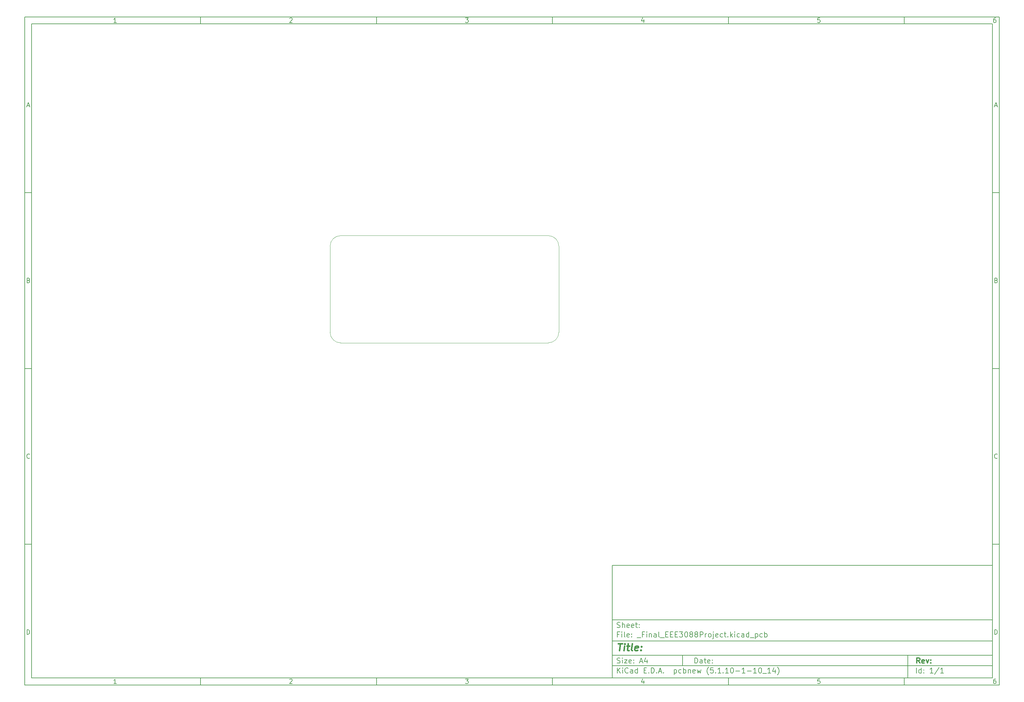
<source format=gbr>
%TF.GenerationSoftware,KiCad,Pcbnew,(5.1.10-1-10_14)*%
%TF.CreationDate,2021-06-17T20:45:02+02:00*%
%TF.ProjectId,_Final_EEE3088Project,5f46696e-616c-45f4-9545-453330383850,rev?*%
%TF.SameCoordinates,Original*%
%TF.FileFunction,Profile,NP*%
%FSLAX46Y46*%
G04 Gerber Fmt 4.6, Leading zero omitted, Abs format (unit mm)*
G04 Created by KiCad (PCBNEW (5.1.10-1-10_14)) date 2021-06-17 20:45:02*
%MOMM*%
%LPD*%
G01*
G04 APERTURE LIST*
%ADD10C,0.100000*%
%ADD11C,0.150000*%
%ADD12C,0.300000*%
%ADD13C,0.400000*%
%TA.AperFunction,Profile*%
%ADD14C,0.100000*%
%TD*%
G04 APERTURE END LIST*
D10*
D11*
X177002200Y-166007200D02*
X177002200Y-198007200D01*
X285002200Y-198007200D01*
X285002200Y-166007200D01*
X177002200Y-166007200D01*
D10*
D11*
X10000000Y-10000000D02*
X10000000Y-200007200D01*
X287002200Y-200007200D01*
X287002200Y-10000000D01*
X10000000Y-10000000D01*
D10*
D11*
X12000000Y-12000000D02*
X12000000Y-198007200D01*
X285002200Y-198007200D01*
X285002200Y-12000000D01*
X12000000Y-12000000D01*
D10*
D11*
X60000000Y-12000000D02*
X60000000Y-10000000D01*
D10*
D11*
X110000000Y-12000000D02*
X110000000Y-10000000D01*
D10*
D11*
X160000000Y-12000000D02*
X160000000Y-10000000D01*
D10*
D11*
X210000000Y-12000000D02*
X210000000Y-10000000D01*
D10*
D11*
X260000000Y-12000000D02*
X260000000Y-10000000D01*
D10*
D11*
X36065476Y-11588095D02*
X35322619Y-11588095D01*
X35694047Y-11588095D02*
X35694047Y-10288095D01*
X35570238Y-10473809D01*
X35446428Y-10597619D01*
X35322619Y-10659523D01*
D10*
D11*
X85322619Y-10411904D02*
X85384523Y-10350000D01*
X85508333Y-10288095D01*
X85817857Y-10288095D01*
X85941666Y-10350000D01*
X86003571Y-10411904D01*
X86065476Y-10535714D01*
X86065476Y-10659523D01*
X86003571Y-10845238D01*
X85260714Y-11588095D01*
X86065476Y-11588095D01*
D10*
D11*
X135260714Y-10288095D02*
X136065476Y-10288095D01*
X135632142Y-10783333D01*
X135817857Y-10783333D01*
X135941666Y-10845238D01*
X136003571Y-10907142D01*
X136065476Y-11030952D01*
X136065476Y-11340476D01*
X136003571Y-11464285D01*
X135941666Y-11526190D01*
X135817857Y-11588095D01*
X135446428Y-11588095D01*
X135322619Y-11526190D01*
X135260714Y-11464285D01*
D10*
D11*
X185941666Y-10721428D02*
X185941666Y-11588095D01*
X185632142Y-10226190D02*
X185322619Y-11154761D01*
X186127380Y-11154761D01*
D10*
D11*
X236003571Y-10288095D02*
X235384523Y-10288095D01*
X235322619Y-10907142D01*
X235384523Y-10845238D01*
X235508333Y-10783333D01*
X235817857Y-10783333D01*
X235941666Y-10845238D01*
X236003571Y-10907142D01*
X236065476Y-11030952D01*
X236065476Y-11340476D01*
X236003571Y-11464285D01*
X235941666Y-11526190D01*
X235817857Y-11588095D01*
X235508333Y-11588095D01*
X235384523Y-11526190D01*
X235322619Y-11464285D01*
D10*
D11*
X285941666Y-10288095D02*
X285694047Y-10288095D01*
X285570238Y-10350000D01*
X285508333Y-10411904D01*
X285384523Y-10597619D01*
X285322619Y-10845238D01*
X285322619Y-11340476D01*
X285384523Y-11464285D01*
X285446428Y-11526190D01*
X285570238Y-11588095D01*
X285817857Y-11588095D01*
X285941666Y-11526190D01*
X286003571Y-11464285D01*
X286065476Y-11340476D01*
X286065476Y-11030952D01*
X286003571Y-10907142D01*
X285941666Y-10845238D01*
X285817857Y-10783333D01*
X285570238Y-10783333D01*
X285446428Y-10845238D01*
X285384523Y-10907142D01*
X285322619Y-11030952D01*
D10*
D11*
X60000000Y-198007200D02*
X60000000Y-200007200D01*
D10*
D11*
X110000000Y-198007200D02*
X110000000Y-200007200D01*
D10*
D11*
X160000000Y-198007200D02*
X160000000Y-200007200D01*
D10*
D11*
X210000000Y-198007200D02*
X210000000Y-200007200D01*
D10*
D11*
X260000000Y-198007200D02*
X260000000Y-200007200D01*
D10*
D11*
X36065476Y-199595295D02*
X35322619Y-199595295D01*
X35694047Y-199595295D02*
X35694047Y-198295295D01*
X35570238Y-198481009D01*
X35446428Y-198604819D01*
X35322619Y-198666723D01*
D10*
D11*
X85322619Y-198419104D02*
X85384523Y-198357200D01*
X85508333Y-198295295D01*
X85817857Y-198295295D01*
X85941666Y-198357200D01*
X86003571Y-198419104D01*
X86065476Y-198542914D01*
X86065476Y-198666723D01*
X86003571Y-198852438D01*
X85260714Y-199595295D01*
X86065476Y-199595295D01*
D10*
D11*
X135260714Y-198295295D02*
X136065476Y-198295295D01*
X135632142Y-198790533D01*
X135817857Y-198790533D01*
X135941666Y-198852438D01*
X136003571Y-198914342D01*
X136065476Y-199038152D01*
X136065476Y-199347676D01*
X136003571Y-199471485D01*
X135941666Y-199533390D01*
X135817857Y-199595295D01*
X135446428Y-199595295D01*
X135322619Y-199533390D01*
X135260714Y-199471485D01*
D10*
D11*
X185941666Y-198728628D02*
X185941666Y-199595295D01*
X185632142Y-198233390D02*
X185322619Y-199161961D01*
X186127380Y-199161961D01*
D10*
D11*
X236003571Y-198295295D02*
X235384523Y-198295295D01*
X235322619Y-198914342D01*
X235384523Y-198852438D01*
X235508333Y-198790533D01*
X235817857Y-198790533D01*
X235941666Y-198852438D01*
X236003571Y-198914342D01*
X236065476Y-199038152D01*
X236065476Y-199347676D01*
X236003571Y-199471485D01*
X235941666Y-199533390D01*
X235817857Y-199595295D01*
X235508333Y-199595295D01*
X235384523Y-199533390D01*
X235322619Y-199471485D01*
D10*
D11*
X285941666Y-198295295D02*
X285694047Y-198295295D01*
X285570238Y-198357200D01*
X285508333Y-198419104D01*
X285384523Y-198604819D01*
X285322619Y-198852438D01*
X285322619Y-199347676D01*
X285384523Y-199471485D01*
X285446428Y-199533390D01*
X285570238Y-199595295D01*
X285817857Y-199595295D01*
X285941666Y-199533390D01*
X286003571Y-199471485D01*
X286065476Y-199347676D01*
X286065476Y-199038152D01*
X286003571Y-198914342D01*
X285941666Y-198852438D01*
X285817857Y-198790533D01*
X285570238Y-198790533D01*
X285446428Y-198852438D01*
X285384523Y-198914342D01*
X285322619Y-199038152D01*
D10*
D11*
X10000000Y-60000000D02*
X12000000Y-60000000D01*
D10*
D11*
X10000000Y-110000000D02*
X12000000Y-110000000D01*
D10*
D11*
X10000000Y-160000000D02*
X12000000Y-160000000D01*
D10*
D11*
X10690476Y-35216666D02*
X11309523Y-35216666D01*
X10566666Y-35588095D02*
X11000000Y-34288095D01*
X11433333Y-35588095D01*
D10*
D11*
X11092857Y-84907142D02*
X11278571Y-84969047D01*
X11340476Y-85030952D01*
X11402380Y-85154761D01*
X11402380Y-85340476D01*
X11340476Y-85464285D01*
X11278571Y-85526190D01*
X11154761Y-85588095D01*
X10659523Y-85588095D01*
X10659523Y-84288095D01*
X11092857Y-84288095D01*
X11216666Y-84350000D01*
X11278571Y-84411904D01*
X11340476Y-84535714D01*
X11340476Y-84659523D01*
X11278571Y-84783333D01*
X11216666Y-84845238D01*
X11092857Y-84907142D01*
X10659523Y-84907142D01*
D10*
D11*
X11402380Y-135464285D02*
X11340476Y-135526190D01*
X11154761Y-135588095D01*
X11030952Y-135588095D01*
X10845238Y-135526190D01*
X10721428Y-135402380D01*
X10659523Y-135278571D01*
X10597619Y-135030952D01*
X10597619Y-134845238D01*
X10659523Y-134597619D01*
X10721428Y-134473809D01*
X10845238Y-134350000D01*
X11030952Y-134288095D01*
X11154761Y-134288095D01*
X11340476Y-134350000D01*
X11402380Y-134411904D01*
D10*
D11*
X10659523Y-185588095D02*
X10659523Y-184288095D01*
X10969047Y-184288095D01*
X11154761Y-184350000D01*
X11278571Y-184473809D01*
X11340476Y-184597619D01*
X11402380Y-184845238D01*
X11402380Y-185030952D01*
X11340476Y-185278571D01*
X11278571Y-185402380D01*
X11154761Y-185526190D01*
X10969047Y-185588095D01*
X10659523Y-185588095D01*
D10*
D11*
X287002200Y-60000000D02*
X285002200Y-60000000D01*
D10*
D11*
X287002200Y-110000000D02*
X285002200Y-110000000D01*
D10*
D11*
X287002200Y-160000000D02*
X285002200Y-160000000D01*
D10*
D11*
X285692676Y-35216666D02*
X286311723Y-35216666D01*
X285568866Y-35588095D02*
X286002200Y-34288095D01*
X286435533Y-35588095D01*
D10*
D11*
X286095057Y-84907142D02*
X286280771Y-84969047D01*
X286342676Y-85030952D01*
X286404580Y-85154761D01*
X286404580Y-85340476D01*
X286342676Y-85464285D01*
X286280771Y-85526190D01*
X286156961Y-85588095D01*
X285661723Y-85588095D01*
X285661723Y-84288095D01*
X286095057Y-84288095D01*
X286218866Y-84350000D01*
X286280771Y-84411904D01*
X286342676Y-84535714D01*
X286342676Y-84659523D01*
X286280771Y-84783333D01*
X286218866Y-84845238D01*
X286095057Y-84907142D01*
X285661723Y-84907142D01*
D10*
D11*
X286404580Y-135464285D02*
X286342676Y-135526190D01*
X286156961Y-135588095D01*
X286033152Y-135588095D01*
X285847438Y-135526190D01*
X285723628Y-135402380D01*
X285661723Y-135278571D01*
X285599819Y-135030952D01*
X285599819Y-134845238D01*
X285661723Y-134597619D01*
X285723628Y-134473809D01*
X285847438Y-134350000D01*
X286033152Y-134288095D01*
X286156961Y-134288095D01*
X286342676Y-134350000D01*
X286404580Y-134411904D01*
D10*
D11*
X285661723Y-185588095D02*
X285661723Y-184288095D01*
X285971247Y-184288095D01*
X286156961Y-184350000D01*
X286280771Y-184473809D01*
X286342676Y-184597619D01*
X286404580Y-184845238D01*
X286404580Y-185030952D01*
X286342676Y-185278571D01*
X286280771Y-185402380D01*
X286156961Y-185526190D01*
X285971247Y-185588095D01*
X285661723Y-185588095D01*
D10*
D11*
X200434342Y-193785771D02*
X200434342Y-192285771D01*
X200791485Y-192285771D01*
X201005771Y-192357200D01*
X201148628Y-192500057D01*
X201220057Y-192642914D01*
X201291485Y-192928628D01*
X201291485Y-193142914D01*
X201220057Y-193428628D01*
X201148628Y-193571485D01*
X201005771Y-193714342D01*
X200791485Y-193785771D01*
X200434342Y-193785771D01*
X202577200Y-193785771D02*
X202577200Y-193000057D01*
X202505771Y-192857200D01*
X202362914Y-192785771D01*
X202077200Y-192785771D01*
X201934342Y-192857200D01*
X202577200Y-193714342D02*
X202434342Y-193785771D01*
X202077200Y-193785771D01*
X201934342Y-193714342D01*
X201862914Y-193571485D01*
X201862914Y-193428628D01*
X201934342Y-193285771D01*
X202077200Y-193214342D01*
X202434342Y-193214342D01*
X202577200Y-193142914D01*
X203077200Y-192785771D02*
X203648628Y-192785771D01*
X203291485Y-192285771D02*
X203291485Y-193571485D01*
X203362914Y-193714342D01*
X203505771Y-193785771D01*
X203648628Y-193785771D01*
X204720057Y-193714342D02*
X204577200Y-193785771D01*
X204291485Y-193785771D01*
X204148628Y-193714342D01*
X204077200Y-193571485D01*
X204077200Y-193000057D01*
X204148628Y-192857200D01*
X204291485Y-192785771D01*
X204577200Y-192785771D01*
X204720057Y-192857200D01*
X204791485Y-193000057D01*
X204791485Y-193142914D01*
X204077200Y-193285771D01*
X205434342Y-193642914D02*
X205505771Y-193714342D01*
X205434342Y-193785771D01*
X205362914Y-193714342D01*
X205434342Y-193642914D01*
X205434342Y-193785771D01*
X205434342Y-192857200D02*
X205505771Y-192928628D01*
X205434342Y-193000057D01*
X205362914Y-192928628D01*
X205434342Y-192857200D01*
X205434342Y-193000057D01*
D10*
D11*
X177002200Y-194507200D02*
X285002200Y-194507200D01*
D10*
D11*
X178434342Y-196585771D02*
X178434342Y-195085771D01*
X179291485Y-196585771D02*
X178648628Y-195728628D01*
X179291485Y-195085771D02*
X178434342Y-195942914D01*
X179934342Y-196585771D02*
X179934342Y-195585771D01*
X179934342Y-195085771D02*
X179862914Y-195157200D01*
X179934342Y-195228628D01*
X180005771Y-195157200D01*
X179934342Y-195085771D01*
X179934342Y-195228628D01*
X181505771Y-196442914D02*
X181434342Y-196514342D01*
X181220057Y-196585771D01*
X181077200Y-196585771D01*
X180862914Y-196514342D01*
X180720057Y-196371485D01*
X180648628Y-196228628D01*
X180577200Y-195942914D01*
X180577200Y-195728628D01*
X180648628Y-195442914D01*
X180720057Y-195300057D01*
X180862914Y-195157200D01*
X181077200Y-195085771D01*
X181220057Y-195085771D01*
X181434342Y-195157200D01*
X181505771Y-195228628D01*
X182791485Y-196585771D02*
X182791485Y-195800057D01*
X182720057Y-195657200D01*
X182577200Y-195585771D01*
X182291485Y-195585771D01*
X182148628Y-195657200D01*
X182791485Y-196514342D02*
X182648628Y-196585771D01*
X182291485Y-196585771D01*
X182148628Y-196514342D01*
X182077200Y-196371485D01*
X182077200Y-196228628D01*
X182148628Y-196085771D01*
X182291485Y-196014342D01*
X182648628Y-196014342D01*
X182791485Y-195942914D01*
X184148628Y-196585771D02*
X184148628Y-195085771D01*
X184148628Y-196514342D02*
X184005771Y-196585771D01*
X183720057Y-196585771D01*
X183577200Y-196514342D01*
X183505771Y-196442914D01*
X183434342Y-196300057D01*
X183434342Y-195871485D01*
X183505771Y-195728628D01*
X183577200Y-195657200D01*
X183720057Y-195585771D01*
X184005771Y-195585771D01*
X184148628Y-195657200D01*
X186005771Y-195800057D02*
X186505771Y-195800057D01*
X186720057Y-196585771D02*
X186005771Y-196585771D01*
X186005771Y-195085771D01*
X186720057Y-195085771D01*
X187362914Y-196442914D02*
X187434342Y-196514342D01*
X187362914Y-196585771D01*
X187291485Y-196514342D01*
X187362914Y-196442914D01*
X187362914Y-196585771D01*
X188077200Y-196585771D02*
X188077200Y-195085771D01*
X188434342Y-195085771D01*
X188648628Y-195157200D01*
X188791485Y-195300057D01*
X188862914Y-195442914D01*
X188934342Y-195728628D01*
X188934342Y-195942914D01*
X188862914Y-196228628D01*
X188791485Y-196371485D01*
X188648628Y-196514342D01*
X188434342Y-196585771D01*
X188077200Y-196585771D01*
X189577200Y-196442914D02*
X189648628Y-196514342D01*
X189577200Y-196585771D01*
X189505771Y-196514342D01*
X189577200Y-196442914D01*
X189577200Y-196585771D01*
X190220057Y-196157200D02*
X190934342Y-196157200D01*
X190077200Y-196585771D02*
X190577200Y-195085771D01*
X191077200Y-196585771D01*
X191577200Y-196442914D02*
X191648628Y-196514342D01*
X191577200Y-196585771D01*
X191505771Y-196514342D01*
X191577200Y-196442914D01*
X191577200Y-196585771D01*
X194577200Y-195585771D02*
X194577200Y-197085771D01*
X194577200Y-195657200D02*
X194720057Y-195585771D01*
X195005771Y-195585771D01*
X195148628Y-195657200D01*
X195220057Y-195728628D01*
X195291485Y-195871485D01*
X195291485Y-196300057D01*
X195220057Y-196442914D01*
X195148628Y-196514342D01*
X195005771Y-196585771D01*
X194720057Y-196585771D01*
X194577200Y-196514342D01*
X196577200Y-196514342D02*
X196434342Y-196585771D01*
X196148628Y-196585771D01*
X196005771Y-196514342D01*
X195934342Y-196442914D01*
X195862914Y-196300057D01*
X195862914Y-195871485D01*
X195934342Y-195728628D01*
X196005771Y-195657200D01*
X196148628Y-195585771D01*
X196434342Y-195585771D01*
X196577200Y-195657200D01*
X197220057Y-196585771D02*
X197220057Y-195085771D01*
X197220057Y-195657200D02*
X197362914Y-195585771D01*
X197648628Y-195585771D01*
X197791485Y-195657200D01*
X197862914Y-195728628D01*
X197934342Y-195871485D01*
X197934342Y-196300057D01*
X197862914Y-196442914D01*
X197791485Y-196514342D01*
X197648628Y-196585771D01*
X197362914Y-196585771D01*
X197220057Y-196514342D01*
X198577200Y-195585771D02*
X198577200Y-196585771D01*
X198577200Y-195728628D02*
X198648628Y-195657200D01*
X198791485Y-195585771D01*
X199005771Y-195585771D01*
X199148628Y-195657200D01*
X199220057Y-195800057D01*
X199220057Y-196585771D01*
X200505771Y-196514342D02*
X200362914Y-196585771D01*
X200077200Y-196585771D01*
X199934342Y-196514342D01*
X199862914Y-196371485D01*
X199862914Y-195800057D01*
X199934342Y-195657200D01*
X200077200Y-195585771D01*
X200362914Y-195585771D01*
X200505771Y-195657200D01*
X200577200Y-195800057D01*
X200577200Y-195942914D01*
X199862914Y-196085771D01*
X201077200Y-195585771D02*
X201362914Y-196585771D01*
X201648628Y-195871485D01*
X201934342Y-196585771D01*
X202220057Y-195585771D01*
X204362914Y-197157200D02*
X204291485Y-197085771D01*
X204148628Y-196871485D01*
X204077200Y-196728628D01*
X204005771Y-196514342D01*
X203934342Y-196157200D01*
X203934342Y-195871485D01*
X204005771Y-195514342D01*
X204077200Y-195300057D01*
X204148628Y-195157200D01*
X204291485Y-194942914D01*
X204362914Y-194871485D01*
X205648628Y-195085771D02*
X204934342Y-195085771D01*
X204862914Y-195800057D01*
X204934342Y-195728628D01*
X205077200Y-195657200D01*
X205434342Y-195657200D01*
X205577200Y-195728628D01*
X205648628Y-195800057D01*
X205720057Y-195942914D01*
X205720057Y-196300057D01*
X205648628Y-196442914D01*
X205577200Y-196514342D01*
X205434342Y-196585771D01*
X205077200Y-196585771D01*
X204934342Y-196514342D01*
X204862914Y-196442914D01*
X206362914Y-196442914D02*
X206434342Y-196514342D01*
X206362914Y-196585771D01*
X206291485Y-196514342D01*
X206362914Y-196442914D01*
X206362914Y-196585771D01*
X207862914Y-196585771D02*
X207005771Y-196585771D01*
X207434342Y-196585771D02*
X207434342Y-195085771D01*
X207291485Y-195300057D01*
X207148628Y-195442914D01*
X207005771Y-195514342D01*
X208505771Y-196442914D02*
X208577200Y-196514342D01*
X208505771Y-196585771D01*
X208434342Y-196514342D01*
X208505771Y-196442914D01*
X208505771Y-196585771D01*
X210005771Y-196585771D02*
X209148628Y-196585771D01*
X209577200Y-196585771D02*
X209577200Y-195085771D01*
X209434342Y-195300057D01*
X209291485Y-195442914D01*
X209148628Y-195514342D01*
X210934342Y-195085771D02*
X211077200Y-195085771D01*
X211220057Y-195157200D01*
X211291485Y-195228628D01*
X211362914Y-195371485D01*
X211434342Y-195657200D01*
X211434342Y-196014342D01*
X211362914Y-196300057D01*
X211291485Y-196442914D01*
X211220057Y-196514342D01*
X211077200Y-196585771D01*
X210934342Y-196585771D01*
X210791485Y-196514342D01*
X210720057Y-196442914D01*
X210648628Y-196300057D01*
X210577200Y-196014342D01*
X210577200Y-195657200D01*
X210648628Y-195371485D01*
X210720057Y-195228628D01*
X210791485Y-195157200D01*
X210934342Y-195085771D01*
X212077200Y-196014342D02*
X213220057Y-196014342D01*
X214720057Y-196585771D02*
X213862914Y-196585771D01*
X214291485Y-196585771D02*
X214291485Y-195085771D01*
X214148628Y-195300057D01*
X214005771Y-195442914D01*
X213862914Y-195514342D01*
X215362914Y-196014342D02*
X216505771Y-196014342D01*
X218005771Y-196585771D02*
X217148628Y-196585771D01*
X217577200Y-196585771D02*
X217577200Y-195085771D01*
X217434342Y-195300057D01*
X217291485Y-195442914D01*
X217148628Y-195514342D01*
X218934342Y-195085771D02*
X219077200Y-195085771D01*
X219220057Y-195157200D01*
X219291485Y-195228628D01*
X219362914Y-195371485D01*
X219434342Y-195657200D01*
X219434342Y-196014342D01*
X219362914Y-196300057D01*
X219291485Y-196442914D01*
X219220057Y-196514342D01*
X219077200Y-196585771D01*
X218934342Y-196585771D01*
X218791485Y-196514342D01*
X218720057Y-196442914D01*
X218648628Y-196300057D01*
X218577200Y-196014342D01*
X218577200Y-195657200D01*
X218648628Y-195371485D01*
X218720057Y-195228628D01*
X218791485Y-195157200D01*
X218934342Y-195085771D01*
X219720057Y-196728628D02*
X220862914Y-196728628D01*
X222005771Y-196585771D02*
X221148628Y-196585771D01*
X221577200Y-196585771D02*
X221577200Y-195085771D01*
X221434342Y-195300057D01*
X221291485Y-195442914D01*
X221148628Y-195514342D01*
X223291485Y-195585771D02*
X223291485Y-196585771D01*
X222934342Y-195014342D02*
X222577200Y-196085771D01*
X223505771Y-196085771D01*
X223934342Y-197157200D02*
X224005771Y-197085771D01*
X224148628Y-196871485D01*
X224220057Y-196728628D01*
X224291485Y-196514342D01*
X224362914Y-196157200D01*
X224362914Y-195871485D01*
X224291485Y-195514342D01*
X224220057Y-195300057D01*
X224148628Y-195157200D01*
X224005771Y-194942914D01*
X223934342Y-194871485D01*
D10*
D11*
X177002200Y-191507200D02*
X285002200Y-191507200D01*
D10*
D12*
X264411485Y-193785771D02*
X263911485Y-193071485D01*
X263554342Y-193785771D02*
X263554342Y-192285771D01*
X264125771Y-192285771D01*
X264268628Y-192357200D01*
X264340057Y-192428628D01*
X264411485Y-192571485D01*
X264411485Y-192785771D01*
X264340057Y-192928628D01*
X264268628Y-193000057D01*
X264125771Y-193071485D01*
X263554342Y-193071485D01*
X265625771Y-193714342D02*
X265482914Y-193785771D01*
X265197200Y-193785771D01*
X265054342Y-193714342D01*
X264982914Y-193571485D01*
X264982914Y-193000057D01*
X265054342Y-192857200D01*
X265197200Y-192785771D01*
X265482914Y-192785771D01*
X265625771Y-192857200D01*
X265697200Y-193000057D01*
X265697200Y-193142914D01*
X264982914Y-193285771D01*
X266197200Y-192785771D02*
X266554342Y-193785771D01*
X266911485Y-192785771D01*
X267482914Y-193642914D02*
X267554342Y-193714342D01*
X267482914Y-193785771D01*
X267411485Y-193714342D01*
X267482914Y-193642914D01*
X267482914Y-193785771D01*
X267482914Y-192857200D02*
X267554342Y-192928628D01*
X267482914Y-193000057D01*
X267411485Y-192928628D01*
X267482914Y-192857200D01*
X267482914Y-193000057D01*
D10*
D11*
X178362914Y-193714342D02*
X178577200Y-193785771D01*
X178934342Y-193785771D01*
X179077200Y-193714342D01*
X179148628Y-193642914D01*
X179220057Y-193500057D01*
X179220057Y-193357200D01*
X179148628Y-193214342D01*
X179077200Y-193142914D01*
X178934342Y-193071485D01*
X178648628Y-193000057D01*
X178505771Y-192928628D01*
X178434342Y-192857200D01*
X178362914Y-192714342D01*
X178362914Y-192571485D01*
X178434342Y-192428628D01*
X178505771Y-192357200D01*
X178648628Y-192285771D01*
X179005771Y-192285771D01*
X179220057Y-192357200D01*
X179862914Y-193785771D02*
X179862914Y-192785771D01*
X179862914Y-192285771D02*
X179791485Y-192357200D01*
X179862914Y-192428628D01*
X179934342Y-192357200D01*
X179862914Y-192285771D01*
X179862914Y-192428628D01*
X180434342Y-192785771D02*
X181220057Y-192785771D01*
X180434342Y-193785771D01*
X181220057Y-193785771D01*
X182362914Y-193714342D02*
X182220057Y-193785771D01*
X181934342Y-193785771D01*
X181791485Y-193714342D01*
X181720057Y-193571485D01*
X181720057Y-193000057D01*
X181791485Y-192857200D01*
X181934342Y-192785771D01*
X182220057Y-192785771D01*
X182362914Y-192857200D01*
X182434342Y-193000057D01*
X182434342Y-193142914D01*
X181720057Y-193285771D01*
X183077200Y-193642914D02*
X183148628Y-193714342D01*
X183077200Y-193785771D01*
X183005771Y-193714342D01*
X183077200Y-193642914D01*
X183077200Y-193785771D01*
X183077200Y-192857200D02*
X183148628Y-192928628D01*
X183077200Y-193000057D01*
X183005771Y-192928628D01*
X183077200Y-192857200D01*
X183077200Y-193000057D01*
X184862914Y-193357200D02*
X185577200Y-193357200D01*
X184720057Y-193785771D02*
X185220057Y-192285771D01*
X185720057Y-193785771D01*
X186862914Y-192785771D02*
X186862914Y-193785771D01*
X186505771Y-192214342D02*
X186148628Y-193285771D01*
X187077200Y-193285771D01*
D10*
D11*
X263434342Y-196585771D02*
X263434342Y-195085771D01*
X264791485Y-196585771D02*
X264791485Y-195085771D01*
X264791485Y-196514342D02*
X264648628Y-196585771D01*
X264362914Y-196585771D01*
X264220057Y-196514342D01*
X264148628Y-196442914D01*
X264077200Y-196300057D01*
X264077200Y-195871485D01*
X264148628Y-195728628D01*
X264220057Y-195657200D01*
X264362914Y-195585771D01*
X264648628Y-195585771D01*
X264791485Y-195657200D01*
X265505771Y-196442914D02*
X265577200Y-196514342D01*
X265505771Y-196585771D01*
X265434342Y-196514342D01*
X265505771Y-196442914D01*
X265505771Y-196585771D01*
X265505771Y-195657200D02*
X265577200Y-195728628D01*
X265505771Y-195800057D01*
X265434342Y-195728628D01*
X265505771Y-195657200D01*
X265505771Y-195800057D01*
X268148628Y-196585771D02*
X267291485Y-196585771D01*
X267720057Y-196585771D02*
X267720057Y-195085771D01*
X267577200Y-195300057D01*
X267434342Y-195442914D01*
X267291485Y-195514342D01*
X269862914Y-195014342D02*
X268577200Y-196942914D01*
X271148628Y-196585771D02*
X270291485Y-196585771D01*
X270720057Y-196585771D02*
X270720057Y-195085771D01*
X270577200Y-195300057D01*
X270434342Y-195442914D01*
X270291485Y-195514342D01*
D10*
D11*
X177002200Y-187507200D02*
X285002200Y-187507200D01*
D10*
D13*
X178714580Y-188211961D02*
X179857438Y-188211961D01*
X179036009Y-190211961D02*
X179286009Y-188211961D01*
X180274104Y-190211961D02*
X180440771Y-188878628D01*
X180524104Y-188211961D02*
X180416961Y-188307200D01*
X180500295Y-188402438D01*
X180607438Y-188307200D01*
X180524104Y-188211961D01*
X180500295Y-188402438D01*
X181107438Y-188878628D02*
X181869342Y-188878628D01*
X181476485Y-188211961D02*
X181262200Y-189926247D01*
X181333628Y-190116723D01*
X181512200Y-190211961D01*
X181702676Y-190211961D01*
X182655057Y-190211961D02*
X182476485Y-190116723D01*
X182405057Y-189926247D01*
X182619342Y-188211961D01*
X184190771Y-190116723D02*
X183988390Y-190211961D01*
X183607438Y-190211961D01*
X183428866Y-190116723D01*
X183357438Y-189926247D01*
X183452676Y-189164342D01*
X183571723Y-188973866D01*
X183774104Y-188878628D01*
X184155057Y-188878628D01*
X184333628Y-188973866D01*
X184405057Y-189164342D01*
X184381247Y-189354819D01*
X183405057Y-189545295D01*
X185155057Y-190021485D02*
X185238390Y-190116723D01*
X185131247Y-190211961D01*
X185047914Y-190116723D01*
X185155057Y-190021485D01*
X185131247Y-190211961D01*
X185286009Y-188973866D02*
X185369342Y-189069104D01*
X185262200Y-189164342D01*
X185178866Y-189069104D01*
X185286009Y-188973866D01*
X185262200Y-189164342D01*
D10*
D11*
X178934342Y-185600057D02*
X178434342Y-185600057D01*
X178434342Y-186385771D02*
X178434342Y-184885771D01*
X179148628Y-184885771D01*
X179720057Y-186385771D02*
X179720057Y-185385771D01*
X179720057Y-184885771D02*
X179648628Y-184957200D01*
X179720057Y-185028628D01*
X179791485Y-184957200D01*
X179720057Y-184885771D01*
X179720057Y-185028628D01*
X180648628Y-186385771D02*
X180505771Y-186314342D01*
X180434342Y-186171485D01*
X180434342Y-184885771D01*
X181791485Y-186314342D02*
X181648628Y-186385771D01*
X181362914Y-186385771D01*
X181220057Y-186314342D01*
X181148628Y-186171485D01*
X181148628Y-185600057D01*
X181220057Y-185457200D01*
X181362914Y-185385771D01*
X181648628Y-185385771D01*
X181791485Y-185457200D01*
X181862914Y-185600057D01*
X181862914Y-185742914D01*
X181148628Y-185885771D01*
X182505771Y-186242914D02*
X182577200Y-186314342D01*
X182505771Y-186385771D01*
X182434342Y-186314342D01*
X182505771Y-186242914D01*
X182505771Y-186385771D01*
X182505771Y-185457200D02*
X182577200Y-185528628D01*
X182505771Y-185600057D01*
X182434342Y-185528628D01*
X182505771Y-185457200D01*
X182505771Y-185600057D01*
X184005771Y-186528628D02*
X185148628Y-186528628D01*
X186005771Y-185600057D02*
X185505771Y-185600057D01*
X185505771Y-186385771D02*
X185505771Y-184885771D01*
X186220057Y-184885771D01*
X186791485Y-186385771D02*
X186791485Y-185385771D01*
X186791485Y-184885771D02*
X186720057Y-184957200D01*
X186791485Y-185028628D01*
X186862914Y-184957200D01*
X186791485Y-184885771D01*
X186791485Y-185028628D01*
X187505771Y-185385771D02*
X187505771Y-186385771D01*
X187505771Y-185528628D02*
X187577200Y-185457200D01*
X187720057Y-185385771D01*
X187934342Y-185385771D01*
X188077200Y-185457200D01*
X188148628Y-185600057D01*
X188148628Y-186385771D01*
X189505771Y-186385771D02*
X189505771Y-185600057D01*
X189434342Y-185457200D01*
X189291485Y-185385771D01*
X189005771Y-185385771D01*
X188862914Y-185457200D01*
X189505771Y-186314342D02*
X189362914Y-186385771D01*
X189005771Y-186385771D01*
X188862914Y-186314342D01*
X188791485Y-186171485D01*
X188791485Y-186028628D01*
X188862914Y-185885771D01*
X189005771Y-185814342D01*
X189362914Y-185814342D01*
X189505771Y-185742914D01*
X190434342Y-186385771D02*
X190291485Y-186314342D01*
X190220057Y-186171485D01*
X190220057Y-184885771D01*
X190648628Y-186528628D02*
X191791485Y-186528628D01*
X192148628Y-185600057D02*
X192648628Y-185600057D01*
X192862914Y-186385771D02*
X192148628Y-186385771D01*
X192148628Y-184885771D01*
X192862914Y-184885771D01*
X193505771Y-185600057D02*
X194005771Y-185600057D01*
X194220057Y-186385771D02*
X193505771Y-186385771D01*
X193505771Y-184885771D01*
X194220057Y-184885771D01*
X194862914Y-185600057D02*
X195362914Y-185600057D01*
X195577200Y-186385771D02*
X194862914Y-186385771D01*
X194862914Y-184885771D01*
X195577200Y-184885771D01*
X196077200Y-184885771D02*
X197005771Y-184885771D01*
X196505771Y-185457200D01*
X196720057Y-185457200D01*
X196862914Y-185528628D01*
X196934342Y-185600057D01*
X197005771Y-185742914D01*
X197005771Y-186100057D01*
X196934342Y-186242914D01*
X196862914Y-186314342D01*
X196720057Y-186385771D01*
X196291485Y-186385771D01*
X196148628Y-186314342D01*
X196077200Y-186242914D01*
X197934342Y-184885771D02*
X198077200Y-184885771D01*
X198220057Y-184957200D01*
X198291485Y-185028628D01*
X198362914Y-185171485D01*
X198434342Y-185457200D01*
X198434342Y-185814342D01*
X198362914Y-186100057D01*
X198291485Y-186242914D01*
X198220057Y-186314342D01*
X198077200Y-186385771D01*
X197934342Y-186385771D01*
X197791485Y-186314342D01*
X197720057Y-186242914D01*
X197648628Y-186100057D01*
X197577200Y-185814342D01*
X197577200Y-185457200D01*
X197648628Y-185171485D01*
X197720057Y-185028628D01*
X197791485Y-184957200D01*
X197934342Y-184885771D01*
X199291485Y-185528628D02*
X199148628Y-185457200D01*
X199077200Y-185385771D01*
X199005771Y-185242914D01*
X199005771Y-185171485D01*
X199077200Y-185028628D01*
X199148628Y-184957200D01*
X199291485Y-184885771D01*
X199577200Y-184885771D01*
X199720057Y-184957200D01*
X199791485Y-185028628D01*
X199862914Y-185171485D01*
X199862914Y-185242914D01*
X199791485Y-185385771D01*
X199720057Y-185457200D01*
X199577200Y-185528628D01*
X199291485Y-185528628D01*
X199148628Y-185600057D01*
X199077200Y-185671485D01*
X199005771Y-185814342D01*
X199005771Y-186100057D01*
X199077200Y-186242914D01*
X199148628Y-186314342D01*
X199291485Y-186385771D01*
X199577200Y-186385771D01*
X199720057Y-186314342D01*
X199791485Y-186242914D01*
X199862914Y-186100057D01*
X199862914Y-185814342D01*
X199791485Y-185671485D01*
X199720057Y-185600057D01*
X199577200Y-185528628D01*
X200720057Y-185528628D02*
X200577200Y-185457200D01*
X200505771Y-185385771D01*
X200434342Y-185242914D01*
X200434342Y-185171485D01*
X200505771Y-185028628D01*
X200577200Y-184957200D01*
X200720057Y-184885771D01*
X201005771Y-184885771D01*
X201148628Y-184957200D01*
X201220057Y-185028628D01*
X201291485Y-185171485D01*
X201291485Y-185242914D01*
X201220057Y-185385771D01*
X201148628Y-185457200D01*
X201005771Y-185528628D01*
X200720057Y-185528628D01*
X200577200Y-185600057D01*
X200505771Y-185671485D01*
X200434342Y-185814342D01*
X200434342Y-186100057D01*
X200505771Y-186242914D01*
X200577200Y-186314342D01*
X200720057Y-186385771D01*
X201005771Y-186385771D01*
X201148628Y-186314342D01*
X201220057Y-186242914D01*
X201291485Y-186100057D01*
X201291485Y-185814342D01*
X201220057Y-185671485D01*
X201148628Y-185600057D01*
X201005771Y-185528628D01*
X201934342Y-186385771D02*
X201934342Y-184885771D01*
X202505771Y-184885771D01*
X202648628Y-184957200D01*
X202720057Y-185028628D01*
X202791485Y-185171485D01*
X202791485Y-185385771D01*
X202720057Y-185528628D01*
X202648628Y-185600057D01*
X202505771Y-185671485D01*
X201934342Y-185671485D01*
X203434342Y-186385771D02*
X203434342Y-185385771D01*
X203434342Y-185671485D02*
X203505771Y-185528628D01*
X203577200Y-185457200D01*
X203720057Y-185385771D01*
X203862914Y-185385771D01*
X204577200Y-186385771D02*
X204434342Y-186314342D01*
X204362914Y-186242914D01*
X204291485Y-186100057D01*
X204291485Y-185671485D01*
X204362914Y-185528628D01*
X204434342Y-185457200D01*
X204577200Y-185385771D01*
X204791485Y-185385771D01*
X204934342Y-185457200D01*
X205005771Y-185528628D01*
X205077200Y-185671485D01*
X205077200Y-186100057D01*
X205005771Y-186242914D01*
X204934342Y-186314342D01*
X204791485Y-186385771D01*
X204577200Y-186385771D01*
X205720057Y-185385771D02*
X205720057Y-186671485D01*
X205648628Y-186814342D01*
X205505771Y-186885771D01*
X205434342Y-186885771D01*
X205720057Y-184885771D02*
X205648628Y-184957200D01*
X205720057Y-185028628D01*
X205791485Y-184957200D01*
X205720057Y-184885771D01*
X205720057Y-185028628D01*
X207005771Y-186314342D02*
X206862914Y-186385771D01*
X206577200Y-186385771D01*
X206434342Y-186314342D01*
X206362914Y-186171485D01*
X206362914Y-185600057D01*
X206434342Y-185457200D01*
X206577200Y-185385771D01*
X206862914Y-185385771D01*
X207005771Y-185457200D01*
X207077200Y-185600057D01*
X207077200Y-185742914D01*
X206362914Y-185885771D01*
X208362914Y-186314342D02*
X208220057Y-186385771D01*
X207934342Y-186385771D01*
X207791485Y-186314342D01*
X207720057Y-186242914D01*
X207648628Y-186100057D01*
X207648628Y-185671485D01*
X207720057Y-185528628D01*
X207791485Y-185457200D01*
X207934342Y-185385771D01*
X208220057Y-185385771D01*
X208362914Y-185457200D01*
X208791485Y-185385771D02*
X209362914Y-185385771D01*
X209005771Y-184885771D02*
X209005771Y-186171485D01*
X209077200Y-186314342D01*
X209220057Y-186385771D01*
X209362914Y-186385771D01*
X209862914Y-186242914D02*
X209934342Y-186314342D01*
X209862914Y-186385771D01*
X209791485Y-186314342D01*
X209862914Y-186242914D01*
X209862914Y-186385771D01*
X210577200Y-186385771D02*
X210577200Y-184885771D01*
X210720057Y-185814342D02*
X211148628Y-186385771D01*
X211148628Y-185385771D02*
X210577200Y-185957200D01*
X211791485Y-186385771D02*
X211791485Y-185385771D01*
X211791485Y-184885771D02*
X211720057Y-184957200D01*
X211791485Y-185028628D01*
X211862914Y-184957200D01*
X211791485Y-184885771D01*
X211791485Y-185028628D01*
X213148628Y-186314342D02*
X213005771Y-186385771D01*
X212720057Y-186385771D01*
X212577200Y-186314342D01*
X212505771Y-186242914D01*
X212434342Y-186100057D01*
X212434342Y-185671485D01*
X212505771Y-185528628D01*
X212577200Y-185457200D01*
X212720057Y-185385771D01*
X213005771Y-185385771D01*
X213148628Y-185457200D01*
X214434342Y-186385771D02*
X214434342Y-185600057D01*
X214362914Y-185457200D01*
X214220057Y-185385771D01*
X213934342Y-185385771D01*
X213791485Y-185457200D01*
X214434342Y-186314342D02*
X214291485Y-186385771D01*
X213934342Y-186385771D01*
X213791485Y-186314342D01*
X213720057Y-186171485D01*
X213720057Y-186028628D01*
X213791485Y-185885771D01*
X213934342Y-185814342D01*
X214291485Y-185814342D01*
X214434342Y-185742914D01*
X215791485Y-186385771D02*
X215791485Y-184885771D01*
X215791485Y-186314342D02*
X215648628Y-186385771D01*
X215362914Y-186385771D01*
X215220057Y-186314342D01*
X215148628Y-186242914D01*
X215077200Y-186100057D01*
X215077200Y-185671485D01*
X215148628Y-185528628D01*
X215220057Y-185457200D01*
X215362914Y-185385771D01*
X215648628Y-185385771D01*
X215791485Y-185457200D01*
X216148628Y-186528628D02*
X217291485Y-186528628D01*
X217648628Y-185385771D02*
X217648628Y-186885771D01*
X217648628Y-185457200D02*
X217791485Y-185385771D01*
X218077200Y-185385771D01*
X218220057Y-185457200D01*
X218291485Y-185528628D01*
X218362914Y-185671485D01*
X218362914Y-186100057D01*
X218291485Y-186242914D01*
X218220057Y-186314342D01*
X218077200Y-186385771D01*
X217791485Y-186385771D01*
X217648628Y-186314342D01*
X219648628Y-186314342D02*
X219505771Y-186385771D01*
X219220057Y-186385771D01*
X219077200Y-186314342D01*
X219005771Y-186242914D01*
X218934342Y-186100057D01*
X218934342Y-185671485D01*
X219005771Y-185528628D01*
X219077200Y-185457200D01*
X219220057Y-185385771D01*
X219505771Y-185385771D01*
X219648628Y-185457200D01*
X220291485Y-186385771D02*
X220291485Y-184885771D01*
X220291485Y-185457200D02*
X220434342Y-185385771D01*
X220720057Y-185385771D01*
X220862914Y-185457200D01*
X220934342Y-185528628D01*
X221005771Y-185671485D01*
X221005771Y-186100057D01*
X220934342Y-186242914D01*
X220862914Y-186314342D01*
X220720057Y-186385771D01*
X220434342Y-186385771D01*
X220291485Y-186314342D01*
D10*
D11*
X177002200Y-181507200D02*
X285002200Y-181507200D01*
D10*
D11*
X178362914Y-183614342D02*
X178577200Y-183685771D01*
X178934342Y-183685771D01*
X179077200Y-183614342D01*
X179148628Y-183542914D01*
X179220057Y-183400057D01*
X179220057Y-183257200D01*
X179148628Y-183114342D01*
X179077200Y-183042914D01*
X178934342Y-182971485D01*
X178648628Y-182900057D01*
X178505771Y-182828628D01*
X178434342Y-182757200D01*
X178362914Y-182614342D01*
X178362914Y-182471485D01*
X178434342Y-182328628D01*
X178505771Y-182257200D01*
X178648628Y-182185771D01*
X179005771Y-182185771D01*
X179220057Y-182257200D01*
X179862914Y-183685771D02*
X179862914Y-182185771D01*
X180505771Y-183685771D02*
X180505771Y-182900057D01*
X180434342Y-182757200D01*
X180291485Y-182685771D01*
X180077200Y-182685771D01*
X179934342Y-182757200D01*
X179862914Y-182828628D01*
X181791485Y-183614342D02*
X181648628Y-183685771D01*
X181362914Y-183685771D01*
X181220057Y-183614342D01*
X181148628Y-183471485D01*
X181148628Y-182900057D01*
X181220057Y-182757200D01*
X181362914Y-182685771D01*
X181648628Y-182685771D01*
X181791485Y-182757200D01*
X181862914Y-182900057D01*
X181862914Y-183042914D01*
X181148628Y-183185771D01*
X183077200Y-183614342D02*
X182934342Y-183685771D01*
X182648628Y-183685771D01*
X182505771Y-183614342D01*
X182434342Y-183471485D01*
X182434342Y-182900057D01*
X182505771Y-182757200D01*
X182648628Y-182685771D01*
X182934342Y-182685771D01*
X183077200Y-182757200D01*
X183148628Y-182900057D01*
X183148628Y-183042914D01*
X182434342Y-183185771D01*
X183577200Y-182685771D02*
X184148628Y-182685771D01*
X183791485Y-182185771D02*
X183791485Y-183471485D01*
X183862914Y-183614342D01*
X184005771Y-183685771D01*
X184148628Y-183685771D01*
X184648628Y-183542914D02*
X184720057Y-183614342D01*
X184648628Y-183685771D01*
X184577200Y-183614342D01*
X184648628Y-183542914D01*
X184648628Y-183685771D01*
X184648628Y-182757200D02*
X184720057Y-182828628D01*
X184648628Y-182900057D01*
X184577200Y-182828628D01*
X184648628Y-182757200D01*
X184648628Y-182900057D01*
D10*
D11*
X197002200Y-191507200D02*
X197002200Y-194507200D01*
D10*
D11*
X261002200Y-191507200D02*
X261002200Y-198007200D01*
D14*
X99800000Y-72200000D02*
X158800000Y-72200000D01*
X96800000Y-99700000D02*
X96800000Y-75200000D01*
X158800000Y-102700000D02*
X99800000Y-102700000D01*
X161800000Y-75200000D02*
X161800000Y-99700000D01*
X161800000Y-99700000D02*
G75*
G02*
X158800000Y-102700000I-3000000J0D01*
G01*
X158800000Y-72200000D02*
G75*
G02*
X161800000Y-75200000I0J-3000000D01*
G01*
X96800000Y-75200000D02*
G75*
G02*
X99800000Y-72200000I3000000J0D01*
G01*
X99800000Y-102700000D02*
G75*
G02*
X96800000Y-99700000I0J3000000D01*
G01*
M02*

</source>
